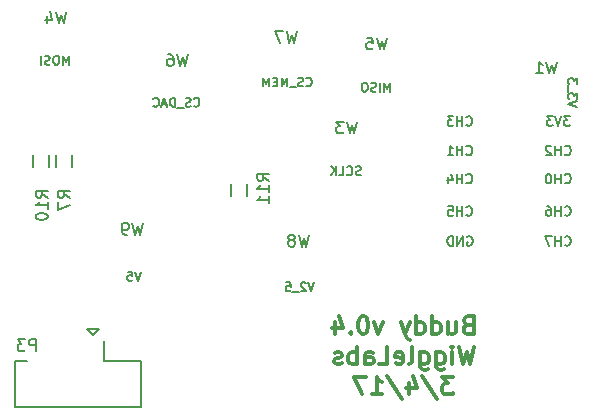
<source format=gbo>
G04 #@! TF.FileFunction,Legend,Bot*
%FSLAX46Y46*%
G04 Gerber Fmt 4.6, Leading zero omitted, Abs format (unit mm)*
G04 Created by KiCad (PCBNEW 4.0.4-stable) date 03/04/17 14:03:53*
%MOMM*%
%LPD*%
G01*
G04 APERTURE LIST*
%ADD10C,0.100000*%
%ADD11C,0.187500*%
%ADD12C,0.200000*%
%ADD13C,0.300000*%
%ADD14C,0.150000*%
G04 APERTURE END LIST*
D10*
D11*
X109981714Y-66710500D02*
X109231714Y-66460500D01*
X109981714Y-66210500D01*
X109981714Y-66031929D02*
X109981714Y-65567643D01*
X109696000Y-65817643D01*
X109696000Y-65710501D01*
X109660286Y-65639072D01*
X109624571Y-65603358D01*
X109553143Y-65567643D01*
X109374571Y-65567643D01*
X109303143Y-65603358D01*
X109267429Y-65639072D01*
X109231714Y-65710501D01*
X109231714Y-65924786D01*
X109267429Y-65996215D01*
X109303143Y-66031929D01*
X109160286Y-65424786D02*
X109160286Y-64853357D01*
X109981714Y-64746214D02*
X109981714Y-64281928D01*
X109696000Y-64531928D01*
X109696000Y-64424786D01*
X109660286Y-64353357D01*
X109624571Y-64317643D01*
X109553143Y-64281928D01*
X109374571Y-64281928D01*
X109303143Y-64317643D01*
X109267429Y-64353357D01*
X109231714Y-64424786D01*
X109231714Y-64639071D01*
X109267429Y-64710500D01*
X109303143Y-64746214D01*
X87707000Y-81559786D02*
X87457000Y-82309786D01*
X87207000Y-81559786D01*
X86992715Y-81631214D02*
X86957001Y-81595500D01*
X86885572Y-81559786D01*
X86707001Y-81559786D01*
X86635572Y-81595500D01*
X86599858Y-81631214D01*
X86564143Y-81702643D01*
X86564143Y-81774071D01*
X86599858Y-81881214D01*
X87028429Y-82309786D01*
X86564143Y-82309786D01*
X86421286Y-82381214D02*
X85849857Y-82381214D01*
X85314143Y-81559786D02*
X85671286Y-81559786D01*
X85707000Y-81916929D01*
X85671286Y-81881214D01*
X85599857Y-81845500D01*
X85421286Y-81845500D01*
X85349857Y-81881214D01*
X85314143Y-81916929D01*
X85278428Y-81988357D01*
X85278428Y-82166929D01*
X85314143Y-82238357D01*
X85349857Y-82274071D01*
X85421286Y-82309786D01*
X85599857Y-82309786D01*
X85671286Y-82274071D01*
X85707000Y-82238357D01*
X73030642Y-80670786D02*
X72780642Y-81420786D01*
X72530642Y-80670786D01*
X71923500Y-80670786D02*
X72280643Y-80670786D01*
X72316357Y-81027929D01*
X72280643Y-80992214D01*
X72209214Y-80956500D01*
X72030643Y-80956500D01*
X71959214Y-80992214D01*
X71923500Y-81027929D01*
X71887785Y-81099357D01*
X71887785Y-81277929D01*
X71923500Y-81349357D01*
X71959214Y-81385071D01*
X72030643Y-81420786D01*
X72209214Y-81420786D01*
X72280643Y-81385071D01*
X72316357Y-81349357D01*
X66934572Y-63132786D02*
X66934572Y-62382786D01*
X66684572Y-62918500D01*
X66434572Y-62382786D01*
X66434572Y-63132786D01*
X65934571Y-62382786D02*
X65791714Y-62382786D01*
X65720286Y-62418500D01*
X65648857Y-62489929D01*
X65613143Y-62632786D01*
X65613143Y-62882786D01*
X65648857Y-63025643D01*
X65720286Y-63097071D01*
X65791714Y-63132786D01*
X65934571Y-63132786D01*
X66006000Y-63097071D01*
X66077429Y-63025643D01*
X66113143Y-62882786D01*
X66113143Y-62632786D01*
X66077429Y-62489929D01*
X66006000Y-62418500D01*
X65934571Y-62382786D01*
X65327429Y-63097071D02*
X65220286Y-63132786D01*
X65041715Y-63132786D01*
X64970286Y-63097071D01*
X64934572Y-63061357D01*
X64898857Y-62989929D01*
X64898857Y-62918500D01*
X64934572Y-62847071D01*
X64970286Y-62811357D01*
X65041715Y-62775643D01*
X65184572Y-62739929D01*
X65256000Y-62704214D01*
X65291715Y-62668500D01*
X65327429Y-62597071D01*
X65327429Y-62525643D01*
X65291715Y-62454214D01*
X65256000Y-62418500D01*
X65184572Y-62382786D01*
X65006000Y-62382786D01*
X64898857Y-62418500D01*
X64577429Y-63132786D02*
X64577429Y-62382786D01*
X77525143Y-66617357D02*
X77560857Y-66653071D01*
X77668000Y-66688786D01*
X77739429Y-66688786D01*
X77846572Y-66653071D01*
X77918000Y-66581643D01*
X77953715Y-66510214D01*
X77989429Y-66367357D01*
X77989429Y-66260214D01*
X77953715Y-66117357D01*
X77918000Y-66045929D01*
X77846572Y-65974500D01*
X77739429Y-65938786D01*
X77668000Y-65938786D01*
X77560857Y-65974500D01*
X77525143Y-66010214D01*
X77239429Y-66653071D02*
X77132286Y-66688786D01*
X76953715Y-66688786D01*
X76882286Y-66653071D01*
X76846572Y-66617357D01*
X76810857Y-66545929D01*
X76810857Y-66474500D01*
X76846572Y-66403071D01*
X76882286Y-66367357D01*
X76953715Y-66331643D01*
X77096572Y-66295929D01*
X77168000Y-66260214D01*
X77203715Y-66224500D01*
X77239429Y-66153071D01*
X77239429Y-66081643D01*
X77203715Y-66010214D01*
X77168000Y-65974500D01*
X77096572Y-65938786D01*
X76918000Y-65938786D01*
X76810857Y-65974500D01*
X76668000Y-66760214D02*
X76096571Y-66760214D01*
X75918000Y-66688786D02*
X75918000Y-65938786D01*
X75739428Y-65938786D01*
X75632285Y-65974500D01*
X75560857Y-66045929D01*
X75525142Y-66117357D01*
X75489428Y-66260214D01*
X75489428Y-66367357D01*
X75525142Y-66510214D01*
X75560857Y-66581643D01*
X75632285Y-66653071D01*
X75739428Y-66688786D01*
X75918000Y-66688786D01*
X75203714Y-66474500D02*
X74846571Y-66474500D01*
X75275142Y-66688786D02*
X75025142Y-65938786D01*
X74775142Y-66688786D01*
X74096571Y-66617357D02*
X74132285Y-66653071D01*
X74239428Y-66688786D01*
X74310857Y-66688786D01*
X74418000Y-66653071D01*
X74489428Y-66581643D01*
X74525143Y-66510214D01*
X74560857Y-66367357D01*
X74560857Y-66260214D01*
X74525143Y-66117357D01*
X74489428Y-66045929D01*
X74418000Y-65974500D01*
X74310857Y-65938786D01*
X74239428Y-65938786D01*
X74132285Y-65974500D01*
X74096571Y-66010214D01*
X87048143Y-64902857D02*
X87083857Y-64938571D01*
X87191000Y-64974286D01*
X87262429Y-64974286D01*
X87369572Y-64938571D01*
X87441000Y-64867143D01*
X87476715Y-64795714D01*
X87512429Y-64652857D01*
X87512429Y-64545714D01*
X87476715Y-64402857D01*
X87441000Y-64331429D01*
X87369572Y-64260000D01*
X87262429Y-64224286D01*
X87191000Y-64224286D01*
X87083857Y-64260000D01*
X87048143Y-64295714D01*
X86762429Y-64938571D02*
X86655286Y-64974286D01*
X86476715Y-64974286D01*
X86405286Y-64938571D01*
X86369572Y-64902857D01*
X86333857Y-64831429D01*
X86333857Y-64760000D01*
X86369572Y-64688571D01*
X86405286Y-64652857D01*
X86476715Y-64617143D01*
X86619572Y-64581429D01*
X86691000Y-64545714D01*
X86726715Y-64510000D01*
X86762429Y-64438571D01*
X86762429Y-64367143D01*
X86726715Y-64295714D01*
X86691000Y-64260000D01*
X86619572Y-64224286D01*
X86441000Y-64224286D01*
X86333857Y-64260000D01*
X86191000Y-65045714D02*
X85619571Y-65045714D01*
X85441000Y-64974286D02*
X85441000Y-64224286D01*
X85191000Y-64760000D01*
X84941000Y-64224286D01*
X84941000Y-64974286D01*
X84583857Y-64581429D02*
X84333857Y-64581429D01*
X84226714Y-64974286D02*
X84583857Y-64974286D01*
X84583857Y-64224286D01*
X84226714Y-64224286D01*
X83905286Y-64974286D02*
X83905286Y-64224286D01*
X83655286Y-64760000D01*
X83405286Y-64224286D01*
X83405286Y-64974286D01*
X94112572Y-65418786D02*
X94112572Y-64668786D01*
X93862572Y-65204500D01*
X93612572Y-64668786D01*
X93612572Y-65418786D01*
X93255429Y-65418786D02*
X93255429Y-64668786D01*
X92934000Y-65383071D02*
X92826857Y-65418786D01*
X92648286Y-65418786D01*
X92576857Y-65383071D01*
X92541143Y-65347357D01*
X92505428Y-65275929D01*
X92505428Y-65204500D01*
X92541143Y-65133071D01*
X92576857Y-65097357D01*
X92648286Y-65061643D01*
X92791143Y-65025929D01*
X92862571Y-64990214D01*
X92898286Y-64954500D01*
X92934000Y-64883071D01*
X92934000Y-64811643D01*
X92898286Y-64740214D01*
X92862571Y-64704500D01*
X92791143Y-64668786D01*
X92612571Y-64668786D01*
X92505428Y-64704500D01*
X92041142Y-64668786D02*
X91898285Y-64668786D01*
X91826857Y-64704500D01*
X91755428Y-64775929D01*
X91719714Y-64918786D01*
X91719714Y-65168786D01*
X91755428Y-65311643D01*
X91826857Y-65383071D01*
X91898285Y-65418786D01*
X92041142Y-65418786D01*
X92112571Y-65383071D01*
X92184000Y-65311643D01*
X92219714Y-65168786D01*
X92219714Y-64918786D01*
X92184000Y-64775929D01*
X92112571Y-64704500D01*
X92041142Y-64668786D01*
X91661857Y-72431571D02*
X91554714Y-72467286D01*
X91376143Y-72467286D01*
X91304714Y-72431571D01*
X91269000Y-72395857D01*
X91233285Y-72324429D01*
X91233285Y-72253000D01*
X91269000Y-72181571D01*
X91304714Y-72145857D01*
X91376143Y-72110143D01*
X91519000Y-72074429D01*
X91590428Y-72038714D01*
X91626143Y-72003000D01*
X91661857Y-71931571D01*
X91661857Y-71860143D01*
X91626143Y-71788714D01*
X91590428Y-71753000D01*
X91519000Y-71717286D01*
X91340428Y-71717286D01*
X91233285Y-71753000D01*
X90483285Y-72395857D02*
X90518999Y-72431571D01*
X90626142Y-72467286D01*
X90697571Y-72467286D01*
X90804714Y-72431571D01*
X90876142Y-72360143D01*
X90911857Y-72288714D01*
X90947571Y-72145857D01*
X90947571Y-72038714D01*
X90911857Y-71895857D01*
X90876142Y-71824429D01*
X90804714Y-71753000D01*
X90697571Y-71717286D01*
X90626142Y-71717286D01*
X90518999Y-71753000D01*
X90483285Y-71788714D01*
X89804714Y-72467286D02*
X90161857Y-72467286D01*
X90161857Y-71717286D01*
X89554714Y-72467286D02*
X89554714Y-71717286D01*
X89126142Y-72467286D02*
X89447571Y-72038714D01*
X89126142Y-71717286D02*
X89554714Y-72145857D01*
D12*
X108916881Y-70699214D02*
X108954976Y-70737310D01*
X109069262Y-70775405D01*
X109145452Y-70775405D01*
X109259738Y-70737310D01*
X109335929Y-70661119D01*
X109374024Y-70584929D01*
X109412119Y-70432548D01*
X109412119Y-70318262D01*
X109374024Y-70165881D01*
X109335929Y-70089690D01*
X109259738Y-70013500D01*
X109145452Y-69975405D01*
X109069262Y-69975405D01*
X108954976Y-70013500D01*
X108916881Y-70051595D01*
X108574024Y-70775405D02*
X108574024Y-69975405D01*
X108574024Y-70356357D02*
X108116881Y-70356357D01*
X108116881Y-70775405D02*
X108116881Y-69975405D01*
X107774024Y-70051595D02*
X107735929Y-70013500D01*
X107659738Y-69975405D01*
X107469262Y-69975405D01*
X107393072Y-70013500D01*
X107354976Y-70051595D01*
X107316881Y-70127786D01*
X107316881Y-70203976D01*
X107354976Y-70318262D01*
X107812119Y-70775405D01*
X107316881Y-70775405D01*
X108916881Y-73112214D02*
X108954976Y-73150310D01*
X109069262Y-73188405D01*
X109145452Y-73188405D01*
X109259738Y-73150310D01*
X109335929Y-73074119D01*
X109374024Y-72997929D01*
X109412119Y-72845548D01*
X109412119Y-72731262D01*
X109374024Y-72578881D01*
X109335929Y-72502690D01*
X109259738Y-72426500D01*
X109145452Y-72388405D01*
X109069262Y-72388405D01*
X108954976Y-72426500D01*
X108916881Y-72464595D01*
X108574024Y-73188405D02*
X108574024Y-72388405D01*
X108574024Y-72769357D02*
X108116881Y-72769357D01*
X108116881Y-73188405D02*
X108116881Y-72388405D01*
X107583548Y-72388405D02*
X107507357Y-72388405D01*
X107431167Y-72426500D01*
X107393072Y-72464595D01*
X107354976Y-72540786D01*
X107316881Y-72693167D01*
X107316881Y-72883643D01*
X107354976Y-73036024D01*
X107393072Y-73112214D01*
X107431167Y-73150310D01*
X107507357Y-73188405D01*
X107583548Y-73188405D01*
X107659738Y-73150310D01*
X107697834Y-73112214D01*
X107735929Y-73036024D01*
X107774024Y-72883643D01*
X107774024Y-72693167D01*
X107735929Y-72540786D01*
X107697834Y-72464595D01*
X107659738Y-72426500D01*
X107583548Y-72388405D01*
X108916881Y-75842714D02*
X108954976Y-75880810D01*
X109069262Y-75918905D01*
X109145452Y-75918905D01*
X109259738Y-75880810D01*
X109335929Y-75804619D01*
X109374024Y-75728429D01*
X109412119Y-75576048D01*
X109412119Y-75461762D01*
X109374024Y-75309381D01*
X109335929Y-75233190D01*
X109259738Y-75157000D01*
X109145452Y-75118905D01*
X109069262Y-75118905D01*
X108954976Y-75157000D01*
X108916881Y-75195095D01*
X108574024Y-75918905D02*
X108574024Y-75118905D01*
X108574024Y-75499857D02*
X108116881Y-75499857D01*
X108116881Y-75918905D02*
X108116881Y-75118905D01*
X107393072Y-75118905D02*
X107545453Y-75118905D01*
X107621643Y-75157000D01*
X107659738Y-75195095D01*
X107735929Y-75309381D01*
X107774024Y-75461762D01*
X107774024Y-75766524D01*
X107735929Y-75842714D01*
X107697834Y-75880810D01*
X107621643Y-75918905D01*
X107469262Y-75918905D01*
X107393072Y-75880810D01*
X107354976Y-75842714D01*
X107316881Y-75766524D01*
X107316881Y-75576048D01*
X107354976Y-75499857D01*
X107393072Y-75461762D01*
X107469262Y-75423667D01*
X107621643Y-75423667D01*
X107697834Y-75461762D01*
X107735929Y-75499857D01*
X107774024Y-75576048D01*
X108916881Y-78382714D02*
X108954976Y-78420810D01*
X109069262Y-78458905D01*
X109145452Y-78458905D01*
X109259738Y-78420810D01*
X109335929Y-78344619D01*
X109374024Y-78268429D01*
X109412119Y-78116048D01*
X109412119Y-78001762D01*
X109374024Y-77849381D01*
X109335929Y-77773190D01*
X109259738Y-77697000D01*
X109145452Y-77658905D01*
X109069262Y-77658905D01*
X108954976Y-77697000D01*
X108916881Y-77735095D01*
X108574024Y-78458905D02*
X108574024Y-77658905D01*
X108574024Y-78039857D02*
X108116881Y-78039857D01*
X108116881Y-78458905D02*
X108116881Y-77658905D01*
X107812119Y-77658905D02*
X107278786Y-77658905D01*
X107621643Y-78458905D01*
X100655523Y-77697000D02*
X100731714Y-77658905D01*
X100845999Y-77658905D01*
X100960285Y-77697000D01*
X101036476Y-77773190D01*
X101074571Y-77849381D01*
X101112666Y-78001762D01*
X101112666Y-78116048D01*
X101074571Y-78268429D01*
X101036476Y-78344619D01*
X100960285Y-78420810D01*
X100845999Y-78458905D01*
X100769809Y-78458905D01*
X100655523Y-78420810D01*
X100617428Y-78382714D01*
X100617428Y-78116048D01*
X100769809Y-78116048D01*
X100274571Y-78458905D02*
X100274571Y-77658905D01*
X99817428Y-78458905D01*
X99817428Y-77658905D01*
X99436476Y-78458905D02*
X99436476Y-77658905D01*
X99246000Y-77658905D01*
X99131714Y-77697000D01*
X99055523Y-77773190D01*
X99017428Y-77849381D01*
X98979333Y-78001762D01*
X98979333Y-78116048D01*
X99017428Y-78268429D01*
X99055523Y-78344619D01*
X99131714Y-78420810D01*
X99246000Y-78458905D01*
X99436476Y-78458905D01*
X100598381Y-75842714D02*
X100636476Y-75880810D01*
X100750762Y-75918905D01*
X100826952Y-75918905D01*
X100941238Y-75880810D01*
X101017429Y-75804619D01*
X101055524Y-75728429D01*
X101093619Y-75576048D01*
X101093619Y-75461762D01*
X101055524Y-75309381D01*
X101017429Y-75233190D01*
X100941238Y-75157000D01*
X100826952Y-75118905D01*
X100750762Y-75118905D01*
X100636476Y-75157000D01*
X100598381Y-75195095D01*
X100255524Y-75918905D02*
X100255524Y-75118905D01*
X100255524Y-75499857D02*
X99798381Y-75499857D01*
X99798381Y-75918905D02*
X99798381Y-75118905D01*
X99036476Y-75118905D02*
X99417429Y-75118905D01*
X99455524Y-75499857D01*
X99417429Y-75461762D01*
X99341238Y-75423667D01*
X99150762Y-75423667D01*
X99074572Y-75461762D01*
X99036476Y-75499857D01*
X98998381Y-75576048D01*
X98998381Y-75766524D01*
X99036476Y-75842714D01*
X99074572Y-75880810D01*
X99150762Y-75918905D01*
X99341238Y-75918905D01*
X99417429Y-75880810D01*
X99455524Y-75842714D01*
X100598381Y-73112214D02*
X100636476Y-73150310D01*
X100750762Y-73188405D01*
X100826952Y-73188405D01*
X100941238Y-73150310D01*
X101017429Y-73074119D01*
X101055524Y-72997929D01*
X101093619Y-72845548D01*
X101093619Y-72731262D01*
X101055524Y-72578881D01*
X101017429Y-72502690D01*
X100941238Y-72426500D01*
X100826952Y-72388405D01*
X100750762Y-72388405D01*
X100636476Y-72426500D01*
X100598381Y-72464595D01*
X100255524Y-73188405D02*
X100255524Y-72388405D01*
X100255524Y-72769357D02*
X99798381Y-72769357D01*
X99798381Y-73188405D02*
X99798381Y-72388405D01*
X99074572Y-72655071D02*
X99074572Y-73188405D01*
X99265048Y-72350310D02*
X99455524Y-72921738D01*
X98960286Y-72921738D01*
X100598381Y-70699214D02*
X100636476Y-70737310D01*
X100750762Y-70775405D01*
X100826952Y-70775405D01*
X100941238Y-70737310D01*
X101017429Y-70661119D01*
X101055524Y-70584929D01*
X101093619Y-70432548D01*
X101093619Y-70318262D01*
X101055524Y-70165881D01*
X101017429Y-70089690D01*
X100941238Y-70013500D01*
X100826952Y-69975405D01*
X100750762Y-69975405D01*
X100636476Y-70013500D01*
X100598381Y-70051595D01*
X100255524Y-70775405D02*
X100255524Y-69975405D01*
X100255524Y-70356357D02*
X99798381Y-70356357D01*
X99798381Y-70775405D02*
X99798381Y-69975405D01*
X98998381Y-70775405D02*
X99455524Y-70775405D01*
X99226953Y-70775405D02*
X99226953Y-69975405D01*
X99303143Y-70089690D01*
X99379334Y-70165881D01*
X99455524Y-70203976D01*
X109354976Y-67498905D02*
X108859738Y-67498905D01*
X109126405Y-67803667D01*
X109012119Y-67803667D01*
X108935929Y-67841762D01*
X108897833Y-67879857D01*
X108859738Y-67956048D01*
X108859738Y-68146524D01*
X108897833Y-68222714D01*
X108935929Y-68260810D01*
X109012119Y-68298905D01*
X109240691Y-68298905D01*
X109316881Y-68260810D01*
X109354976Y-68222714D01*
X108631167Y-67498905D02*
X108364500Y-68298905D01*
X108097833Y-67498905D01*
X107907357Y-67498905D02*
X107412119Y-67498905D01*
X107678786Y-67803667D01*
X107564500Y-67803667D01*
X107488310Y-67841762D01*
X107450214Y-67879857D01*
X107412119Y-67956048D01*
X107412119Y-68146524D01*
X107450214Y-68222714D01*
X107488310Y-68260810D01*
X107564500Y-68298905D01*
X107793072Y-68298905D01*
X107869262Y-68260810D01*
X107907357Y-68222714D01*
X100598381Y-68222714D02*
X100636476Y-68260810D01*
X100750762Y-68298905D01*
X100826952Y-68298905D01*
X100941238Y-68260810D01*
X101017429Y-68184619D01*
X101055524Y-68108429D01*
X101093619Y-67956048D01*
X101093619Y-67841762D01*
X101055524Y-67689381D01*
X101017429Y-67613190D01*
X100941238Y-67537000D01*
X100826952Y-67498905D01*
X100750762Y-67498905D01*
X100636476Y-67537000D01*
X100598381Y-67575095D01*
X100255524Y-68298905D02*
X100255524Y-67498905D01*
X100255524Y-67879857D02*
X99798381Y-67879857D01*
X99798381Y-68298905D02*
X99798381Y-67498905D01*
X99493619Y-67498905D02*
X98998381Y-67498905D01*
X99265048Y-67803667D01*
X99150762Y-67803667D01*
X99074572Y-67841762D01*
X99036476Y-67879857D01*
X98998381Y-67956048D01*
X98998381Y-68146524D01*
X99036476Y-68222714D01*
X99074572Y-68260810D01*
X99150762Y-68298905D01*
X99379334Y-68298905D01*
X99455524Y-68260810D01*
X99493619Y-68222714D01*
D13*
X100712071Y-85155357D02*
X100497785Y-85226786D01*
X100426357Y-85298214D01*
X100354928Y-85441071D01*
X100354928Y-85655357D01*
X100426357Y-85798214D01*
X100497785Y-85869643D01*
X100640643Y-85941071D01*
X101212071Y-85941071D01*
X101212071Y-84441071D01*
X100712071Y-84441071D01*
X100569214Y-84512500D01*
X100497785Y-84583929D01*
X100426357Y-84726786D01*
X100426357Y-84869643D01*
X100497785Y-85012500D01*
X100569214Y-85083929D01*
X100712071Y-85155357D01*
X101212071Y-85155357D01*
X99069214Y-84941071D02*
X99069214Y-85941071D01*
X99712071Y-84941071D02*
X99712071Y-85726786D01*
X99640643Y-85869643D01*
X99497785Y-85941071D01*
X99283500Y-85941071D01*
X99140643Y-85869643D01*
X99069214Y-85798214D01*
X97712071Y-85941071D02*
X97712071Y-84441071D01*
X97712071Y-85869643D02*
X97854928Y-85941071D01*
X98140642Y-85941071D01*
X98283500Y-85869643D01*
X98354928Y-85798214D01*
X98426357Y-85655357D01*
X98426357Y-85226786D01*
X98354928Y-85083929D01*
X98283500Y-85012500D01*
X98140642Y-84941071D01*
X97854928Y-84941071D01*
X97712071Y-85012500D01*
X96354928Y-85941071D02*
X96354928Y-84441071D01*
X96354928Y-85869643D02*
X96497785Y-85941071D01*
X96783499Y-85941071D01*
X96926357Y-85869643D01*
X96997785Y-85798214D01*
X97069214Y-85655357D01*
X97069214Y-85226786D01*
X96997785Y-85083929D01*
X96926357Y-85012500D01*
X96783499Y-84941071D01*
X96497785Y-84941071D01*
X96354928Y-85012500D01*
X95783499Y-84941071D02*
X95426356Y-85941071D01*
X95069214Y-84941071D02*
X95426356Y-85941071D01*
X95569214Y-86298214D01*
X95640642Y-86369643D01*
X95783499Y-86441071D01*
X93497785Y-84941071D02*
X93140642Y-85941071D01*
X92783500Y-84941071D01*
X91926357Y-84441071D02*
X91783500Y-84441071D01*
X91640643Y-84512500D01*
X91569214Y-84583929D01*
X91497785Y-84726786D01*
X91426357Y-85012500D01*
X91426357Y-85369643D01*
X91497785Y-85655357D01*
X91569214Y-85798214D01*
X91640643Y-85869643D01*
X91783500Y-85941071D01*
X91926357Y-85941071D01*
X92069214Y-85869643D01*
X92140643Y-85798214D01*
X92212071Y-85655357D01*
X92283500Y-85369643D01*
X92283500Y-85012500D01*
X92212071Y-84726786D01*
X92140643Y-84583929D01*
X92069214Y-84512500D01*
X91926357Y-84441071D01*
X90783500Y-85798214D02*
X90712072Y-85869643D01*
X90783500Y-85941071D01*
X90854929Y-85869643D01*
X90783500Y-85798214D01*
X90783500Y-85941071D01*
X89426357Y-84941071D02*
X89426357Y-85941071D01*
X89783500Y-84369643D02*
X90140643Y-85441071D01*
X89212071Y-85441071D01*
X101247786Y-86991071D02*
X100890643Y-88491071D01*
X100604929Y-87419643D01*
X100319215Y-88491071D01*
X99962072Y-86991071D01*
X99390643Y-88491071D02*
X99390643Y-87491071D01*
X99390643Y-86991071D02*
X99462072Y-87062500D01*
X99390643Y-87133929D01*
X99319215Y-87062500D01*
X99390643Y-86991071D01*
X99390643Y-87133929D01*
X98033500Y-87491071D02*
X98033500Y-88705357D01*
X98104929Y-88848214D01*
X98176357Y-88919643D01*
X98319214Y-88991071D01*
X98533500Y-88991071D01*
X98676357Y-88919643D01*
X98033500Y-88419643D02*
X98176357Y-88491071D01*
X98462071Y-88491071D01*
X98604929Y-88419643D01*
X98676357Y-88348214D01*
X98747786Y-88205357D01*
X98747786Y-87776786D01*
X98676357Y-87633929D01*
X98604929Y-87562500D01*
X98462071Y-87491071D01*
X98176357Y-87491071D01*
X98033500Y-87562500D01*
X96676357Y-87491071D02*
X96676357Y-88705357D01*
X96747786Y-88848214D01*
X96819214Y-88919643D01*
X96962071Y-88991071D01*
X97176357Y-88991071D01*
X97319214Y-88919643D01*
X96676357Y-88419643D02*
X96819214Y-88491071D01*
X97104928Y-88491071D01*
X97247786Y-88419643D01*
X97319214Y-88348214D01*
X97390643Y-88205357D01*
X97390643Y-87776786D01*
X97319214Y-87633929D01*
X97247786Y-87562500D01*
X97104928Y-87491071D01*
X96819214Y-87491071D01*
X96676357Y-87562500D01*
X95747785Y-88491071D02*
X95890643Y-88419643D01*
X95962071Y-88276786D01*
X95962071Y-86991071D01*
X94604929Y-88419643D02*
X94747786Y-88491071D01*
X95033500Y-88491071D01*
X95176357Y-88419643D01*
X95247786Y-88276786D01*
X95247786Y-87705357D01*
X95176357Y-87562500D01*
X95033500Y-87491071D01*
X94747786Y-87491071D01*
X94604929Y-87562500D01*
X94533500Y-87705357D01*
X94533500Y-87848214D01*
X95247786Y-87991071D01*
X93176357Y-88491071D02*
X93890643Y-88491071D01*
X93890643Y-86991071D01*
X92033500Y-88491071D02*
X92033500Y-87705357D01*
X92104929Y-87562500D01*
X92247786Y-87491071D01*
X92533500Y-87491071D01*
X92676357Y-87562500D01*
X92033500Y-88419643D02*
X92176357Y-88491071D01*
X92533500Y-88491071D01*
X92676357Y-88419643D01*
X92747786Y-88276786D01*
X92747786Y-88133929D01*
X92676357Y-87991071D01*
X92533500Y-87919643D01*
X92176357Y-87919643D01*
X92033500Y-87848214D01*
X91319214Y-88491071D02*
X91319214Y-86991071D01*
X91319214Y-87562500D02*
X91176357Y-87491071D01*
X90890643Y-87491071D01*
X90747786Y-87562500D01*
X90676357Y-87633929D01*
X90604928Y-87776786D01*
X90604928Y-88205357D01*
X90676357Y-88348214D01*
X90747786Y-88419643D01*
X90890643Y-88491071D01*
X91176357Y-88491071D01*
X91319214Y-88419643D01*
X90033500Y-88419643D02*
X89890643Y-88491071D01*
X89604928Y-88491071D01*
X89462071Y-88419643D01*
X89390643Y-88276786D01*
X89390643Y-88205357D01*
X89462071Y-88062500D01*
X89604928Y-87991071D01*
X89819214Y-87991071D01*
X89962071Y-87919643D01*
X90033500Y-87776786D01*
X90033500Y-87705357D01*
X89962071Y-87562500D01*
X89819214Y-87491071D01*
X89604928Y-87491071D01*
X89462071Y-87562500D01*
X99497785Y-89541071D02*
X98569214Y-89541071D01*
X99069214Y-90112500D01*
X98854928Y-90112500D01*
X98712071Y-90183929D01*
X98640642Y-90255357D01*
X98569214Y-90398214D01*
X98569214Y-90755357D01*
X98640642Y-90898214D01*
X98712071Y-90969643D01*
X98854928Y-91041071D01*
X99283500Y-91041071D01*
X99426357Y-90969643D01*
X99497785Y-90898214D01*
X96854929Y-89469643D02*
X98140643Y-91398214D01*
X95712071Y-90041071D02*
X95712071Y-91041071D01*
X96069214Y-89469643D02*
X96426357Y-90541071D01*
X95497785Y-90541071D01*
X93854929Y-89469643D02*
X95140643Y-91398214D01*
X92569214Y-91041071D02*
X93426357Y-91041071D01*
X92997785Y-91041071D02*
X92997785Y-89541071D01*
X93140642Y-89755357D01*
X93283500Y-89898214D01*
X93426357Y-89969643D01*
X92069214Y-89541071D02*
X91069214Y-89541071D01*
X91712071Y-91041071D01*
D14*
X65817600Y-70815200D02*
X65817600Y-71815200D01*
X67167600Y-71815200D02*
X67167600Y-70815200D01*
X63874500Y-70815200D02*
X63874500Y-71815200D01*
X65224500Y-71815200D02*
X65224500Y-70815200D01*
X80702000Y-73215500D02*
X80702000Y-74215500D01*
X82052000Y-74215500D02*
X82052000Y-73215500D01*
X69874500Y-86525500D02*
X69874500Y-88225500D01*
X69874500Y-88225500D02*
X73074500Y-88225500D01*
X73074500Y-88225500D02*
X73074500Y-92125500D01*
X73074500Y-92125500D02*
X62374500Y-92125500D01*
X62374500Y-92125500D02*
X62374500Y-88225500D01*
X62374500Y-88225500D02*
X63374500Y-88225500D01*
X68974500Y-86025500D02*
X69474500Y-85525500D01*
X69474500Y-85525500D02*
X68474500Y-85525500D01*
X68474500Y-85525500D02*
X68974500Y-86025500D01*
X66994981Y-74398534D02*
X66518790Y-74065200D01*
X66994981Y-73827105D02*
X65994981Y-73827105D01*
X65994981Y-74208058D01*
X66042600Y-74303296D01*
X66090219Y-74350915D01*
X66185457Y-74398534D01*
X66328314Y-74398534D01*
X66423552Y-74350915D01*
X66471171Y-74303296D01*
X66518790Y-74208058D01*
X66518790Y-73827105D01*
X65994981Y-74731867D02*
X65994981Y-75398534D01*
X66994981Y-74969962D01*
X65126341Y-74375663D02*
X64650150Y-74042329D01*
X65126341Y-73804234D02*
X64126341Y-73804234D01*
X64126341Y-74185187D01*
X64173960Y-74280425D01*
X64221579Y-74328044D01*
X64316817Y-74375663D01*
X64459674Y-74375663D01*
X64554912Y-74328044D01*
X64602531Y-74280425D01*
X64650150Y-74185187D01*
X64650150Y-73804234D01*
X65126341Y-75328044D02*
X65126341Y-74756615D01*
X65126341Y-75042329D02*
X64126341Y-75042329D01*
X64269198Y-74947091D01*
X64364436Y-74851853D01*
X64412055Y-74756615D01*
X64126341Y-75947091D02*
X64126341Y-76042330D01*
X64173960Y-76137568D01*
X64221579Y-76185187D01*
X64316817Y-76232806D01*
X64507293Y-76280425D01*
X64745389Y-76280425D01*
X64935865Y-76232806D01*
X65031103Y-76185187D01*
X65078722Y-76137568D01*
X65126341Y-76042330D01*
X65126341Y-75947091D01*
X65078722Y-75851853D01*
X65031103Y-75804234D01*
X64935865Y-75756615D01*
X64745389Y-75708996D01*
X64507293Y-75708996D01*
X64316817Y-75756615D01*
X64221579Y-75804234D01*
X64173960Y-75851853D01*
X64126341Y-75947091D01*
X83861381Y-72945643D02*
X83385190Y-72612309D01*
X83861381Y-72374214D02*
X82861381Y-72374214D01*
X82861381Y-72755167D01*
X82909000Y-72850405D01*
X82956619Y-72898024D01*
X83051857Y-72945643D01*
X83194714Y-72945643D01*
X83289952Y-72898024D01*
X83337571Y-72850405D01*
X83385190Y-72755167D01*
X83385190Y-72374214D01*
X83861381Y-73898024D02*
X83861381Y-73326595D01*
X83861381Y-73612309D02*
X82861381Y-73612309D01*
X83004238Y-73517071D01*
X83099476Y-73421833D01*
X83147095Y-73326595D01*
X83861381Y-74850405D02*
X83861381Y-74278976D01*
X83861381Y-74564690D02*
X82861381Y-74564690D01*
X83004238Y-74469452D01*
X83099476Y-74374214D01*
X83147095Y-74278976D01*
X64112595Y-87377881D02*
X64112595Y-86377881D01*
X63731642Y-86377881D01*
X63636404Y-86425500D01*
X63588785Y-86473119D01*
X63541166Y-86568357D01*
X63541166Y-86711214D01*
X63588785Y-86806452D01*
X63636404Y-86854071D01*
X63731642Y-86901690D01*
X64112595Y-86901690D01*
X63207833Y-86377881D02*
X62588785Y-86377881D01*
X62922119Y-86758833D01*
X62779261Y-86758833D01*
X62684023Y-86806452D01*
X62636404Y-86854071D01*
X62588785Y-86949310D01*
X62588785Y-87187405D01*
X62636404Y-87282643D01*
X62684023Y-87330262D01*
X62779261Y-87377881D01*
X63064976Y-87377881D01*
X63160214Y-87330262D01*
X63207833Y-87282643D01*
X108227862Y-62868181D02*
X107989767Y-63868181D01*
X107799290Y-63153895D01*
X107608814Y-63868181D01*
X107370719Y-62868181D01*
X106465957Y-63868181D02*
X107037386Y-63868181D01*
X106751672Y-63868181D02*
X106751672Y-62868181D01*
X106846910Y-63011038D01*
X106942148Y-63106276D01*
X107037386Y-63153895D01*
X91336862Y-67948181D02*
X91098767Y-68948181D01*
X90908290Y-68233895D01*
X90717814Y-68948181D01*
X90479719Y-67948181D01*
X90194005Y-67948181D02*
X89574957Y-67948181D01*
X89908291Y-68329133D01*
X89765433Y-68329133D01*
X89670195Y-68376752D01*
X89622576Y-68424371D01*
X89574957Y-68519610D01*
X89574957Y-68757705D01*
X89622576Y-68852943D01*
X89670195Y-68900562D01*
X89765433Y-68948181D01*
X90051148Y-68948181D01*
X90146386Y-68900562D01*
X90194005Y-68852943D01*
X66724262Y-58639081D02*
X66486167Y-59639081D01*
X66295690Y-58924795D01*
X66105214Y-59639081D01*
X65867119Y-58639081D01*
X65057595Y-58972414D02*
X65057595Y-59639081D01*
X65295691Y-58591462D02*
X65533786Y-59305748D01*
X64914738Y-59305748D01*
X93876862Y-60836181D02*
X93638767Y-61836181D01*
X93448290Y-61121895D01*
X93257814Y-61836181D01*
X93019719Y-60836181D01*
X92162576Y-60836181D02*
X92638767Y-60836181D01*
X92686386Y-61312371D01*
X92638767Y-61264752D01*
X92543529Y-61217133D01*
X92305433Y-61217133D01*
X92210195Y-61264752D01*
X92162576Y-61312371D01*
X92114957Y-61407610D01*
X92114957Y-61645705D01*
X92162576Y-61740943D01*
X92210195Y-61788562D01*
X92305433Y-61836181D01*
X92543529Y-61836181D01*
X92638767Y-61788562D01*
X92686386Y-61740943D01*
X76985862Y-62233181D02*
X76747767Y-63233181D01*
X76557290Y-62518895D01*
X76366814Y-63233181D01*
X76128719Y-62233181D01*
X75319195Y-62233181D02*
X75509672Y-62233181D01*
X75604910Y-62280800D01*
X75652529Y-62328419D01*
X75747767Y-62471276D01*
X75795386Y-62661752D01*
X75795386Y-63042705D01*
X75747767Y-63137943D01*
X75700148Y-63185562D01*
X75604910Y-63233181D01*
X75414433Y-63233181D01*
X75319195Y-63185562D01*
X75271576Y-63137943D01*
X75223957Y-63042705D01*
X75223957Y-62804610D01*
X75271576Y-62709371D01*
X75319195Y-62661752D01*
X75414433Y-62614133D01*
X75604910Y-62614133D01*
X75700148Y-62661752D01*
X75747767Y-62709371D01*
X75795386Y-62804610D01*
X86218762Y-60290081D02*
X85980667Y-61290081D01*
X85790190Y-60575795D01*
X85599714Y-61290081D01*
X85361619Y-60290081D01*
X85075905Y-60290081D02*
X84409238Y-60290081D01*
X84837810Y-61290081D01*
X87272862Y-77536681D02*
X87034767Y-78536681D01*
X86844290Y-77822395D01*
X86653814Y-78536681D01*
X86415719Y-77536681D01*
X85891910Y-77965252D02*
X85987148Y-77917633D01*
X86034767Y-77870014D01*
X86082386Y-77774776D01*
X86082386Y-77727157D01*
X86034767Y-77631919D01*
X85987148Y-77584300D01*
X85891910Y-77536681D01*
X85701433Y-77536681D01*
X85606195Y-77584300D01*
X85558576Y-77631919D01*
X85510957Y-77727157D01*
X85510957Y-77774776D01*
X85558576Y-77870014D01*
X85606195Y-77917633D01*
X85701433Y-77965252D01*
X85891910Y-77965252D01*
X85987148Y-78012871D01*
X86034767Y-78060490D01*
X86082386Y-78155729D01*
X86082386Y-78346205D01*
X86034767Y-78441443D01*
X85987148Y-78489062D01*
X85891910Y-78536681D01*
X85701433Y-78536681D01*
X85606195Y-78489062D01*
X85558576Y-78441443D01*
X85510957Y-78346205D01*
X85510957Y-78155729D01*
X85558576Y-78060490D01*
X85606195Y-78012871D01*
X85701433Y-77965252D01*
X73175862Y-76520681D02*
X72937767Y-77520681D01*
X72747290Y-76806395D01*
X72556814Y-77520681D01*
X72318719Y-76520681D01*
X71890148Y-77520681D02*
X71699672Y-77520681D01*
X71604433Y-77473062D01*
X71556814Y-77425443D01*
X71461576Y-77282586D01*
X71413957Y-77092110D01*
X71413957Y-76711157D01*
X71461576Y-76615919D01*
X71509195Y-76568300D01*
X71604433Y-76520681D01*
X71794910Y-76520681D01*
X71890148Y-76568300D01*
X71937767Y-76615919D01*
X71985386Y-76711157D01*
X71985386Y-76949252D01*
X71937767Y-77044490D01*
X71890148Y-77092110D01*
X71794910Y-77139729D01*
X71604433Y-77139729D01*
X71509195Y-77092110D01*
X71461576Y-77044490D01*
X71413957Y-76949252D01*
M02*

</source>
